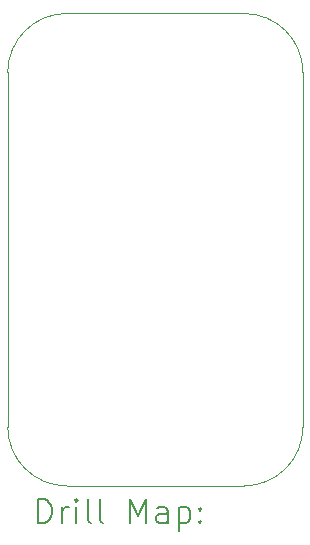
<source format=gbr>
%TF.GenerationSoftware,KiCad,Pcbnew,8.0.1*%
%TF.CreationDate,2024-10-16T00:11:02-06:00*%
%TF.ProjectId,electrode1,656c6563-7472-46f6-9465-312e6b696361,rev?*%
%TF.SameCoordinates,Original*%
%TF.FileFunction,Drillmap*%
%TF.FilePolarity,Positive*%
%FSLAX45Y45*%
G04 Gerber Fmt 4.5, Leading zero omitted, Abs format (unit mm)*
G04 Created by KiCad (PCBNEW 8.0.1) date 2024-10-16 00:11:02*
%MOMM*%
%LPD*%
G01*
G04 APERTURE LIST*
%ADD10C,0.050000*%
%ADD11C,0.200000*%
G04 APERTURE END LIST*
D10*
X14500000Y-8000000D02*
X14500000Y-11000000D01*
X15000000Y-11500000D02*
G75*
G02*
X14500000Y-11000000I0J500000D01*
G01*
X16500000Y-7500000D02*
G75*
G02*
X17000000Y-8000000I0J-500000D01*
G01*
X14500000Y-8000000D02*
G75*
G02*
X15000000Y-7500000I500000J0D01*
G01*
X17000000Y-11000000D02*
X17000000Y-8000000D01*
X16500000Y-7500000D02*
X15000000Y-7500000D01*
X15000000Y-11500000D02*
X16500000Y-11500000D01*
X17000000Y-11000000D02*
G75*
G02*
X16500000Y-11500000I-500000J0D01*
G01*
D11*
X14758277Y-11813984D02*
X14758277Y-11613984D01*
X14758277Y-11613984D02*
X14805896Y-11613984D01*
X14805896Y-11613984D02*
X14834467Y-11623508D01*
X14834467Y-11623508D02*
X14853515Y-11642555D01*
X14853515Y-11642555D02*
X14863039Y-11661603D01*
X14863039Y-11661603D02*
X14872562Y-11699698D01*
X14872562Y-11699698D02*
X14872562Y-11728269D01*
X14872562Y-11728269D02*
X14863039Y-11766365D01*
X14863039Y-11766365D02*
X14853515Y-11785412D01*
X14853515Y-11785412D02*
X14834467Y-11804460D01*
X14834467Y-11804460D02*
X14805896Y-11813984D01*
X14805896Y-11813984D02*
X14758277Y-11813984D01*
X14958277Y-11813984D02*
X14958277Y-11680650D01*
X14958277Y-11718746D02*
X14967801Y-11699698D01*
X14967801Y-11699698D02*
X14977324Y-11690174D01*
X14977324Y-11690174D02*
X14996372Y-11680650D01*
X14996372Y-11680650D02*
X15015420Y-11680650D01*
X15082086Y-11813984D02*
X15082086Y-11680650D01*
X15082086Y-11613984D02*
X15072562Y-11623508D01*
X15072562Y-11623508D02*
X15082086Y-11633031D01*
X15082086Y-11633031D02*
X15091610Y-11623508D01*
X15091610Y-11623508D02*
X15082086Y-11613984D01*
X15082086Y-11613984D02*
X15082086Y-11633031D01*
X15205896Y-11813984D02*
X15186848Y-11804460D01*
X15186848Y-11804460D02*
X15177324Y-11785412D01*
X15177324Y-11785412D02*
X15177324Y-11613984D01*
X15310658Y-11813984D02*
X15291610Y-11804460D01*
X15291610Y-11804460D02*
X15282086Y-11785412D01*
X15282086Y-11785412D02*
X15282086Y-11613984D01*
X15539229Y-11813984D02*
X15539229Y-11613984D01*
X15539229Y-11613984D02*
X15605896Y-11756841D01*
X15605896Y-11756841D02*
X15672562Y-11613984D01*
X15672562Y-11613984D02*
X15672562Y-11813984D01*
X15853515Y-11813984D02*
X15853515Y-11709222D01*
X15853515Y-11709222D02*
X15843991Y-11690174D01*
X15843991Y-11690174D02*
X15824943Y-11680650D01*
X15824943Y-11680650D02*
X15786848Y-11680650D01*
X15786848Y-11680650D02*
X15767801Y-11690174D01*
X15853515Y-11804460D02*
X15834467Y-11813984D01*
X15834467Y-11813984D02*
X15786848Y-11813984D01*
X15786848Y-11813984D02*
X15767801Y-11804460D01*
X15767801Y-11804460D02*
X15758277Y-11785412D01*
X15758277Y-11785412D02*
X15758277Y-11766365D01*
X15758277Y-11766365D02*
X15767801Y-11747317D01*
X15767801Y-11747317D02*
X15786848Y-11737793D01*
X15786848Y-11737793D02*
X15834467Y-11737793D01*
X15834467Y-11737793D02*
X15853515Y-11728269D01*
X15948753Y-11680650D02*
X15948753Y-11880650D01*
X15948753Y-11690174D02*
X15967801Y-11680650D01*
X15967801Y-11680650D02*
X16005896Y-11680650D01*
X16005896Y-11680650D02*
X16024943Y-11690174D01*
X16024943Y-11690174D02*
X16034467Y-11699698D01*
X16034467Y-11699698D02*
X16043991Y-11718746D01*
X16043991Y-11718746D02*
X16043991Y-11775888D01*
X16043991Y-11775888D02*
X16034467Y-11794936D01*
X16034467Y-11794936D02*
X16024943Y-11804460D01*
X16024943Y-11804460D02*
X16005896Y-11813984D01*
X16005896Y-11813984D02*
X15967801Y-11813984D01*
X15967801Y-11813984D02*
X15948753Y-11804460D01*
X16129705Y-11794936D02*
X16139229Y-11804460D01*
X16139229Y-11804460D02*
X16129705Y-11813984D01*
X16129705Y-11813984D02*
X16120182Y-11804460D01*
X16120182Y-11804460D02*
X16129705Y-11794936D01*
X16129705Y-11794936D02*
X16129705Y-11813984D01*
X16129705Y-11690174D02*
X16139229Y-11699698D01*
X16139229Y-11699698D02*
X16129705Y-11709222D01*
X16129705Y-11709222D02*
X16120182Y-11699698D01*
X16120182Y-11699698D02*
X16129705Y-11690174D01*
X16129705Y-11690174D02*
X16129705Y-11709222D01*
M02*

</source>
